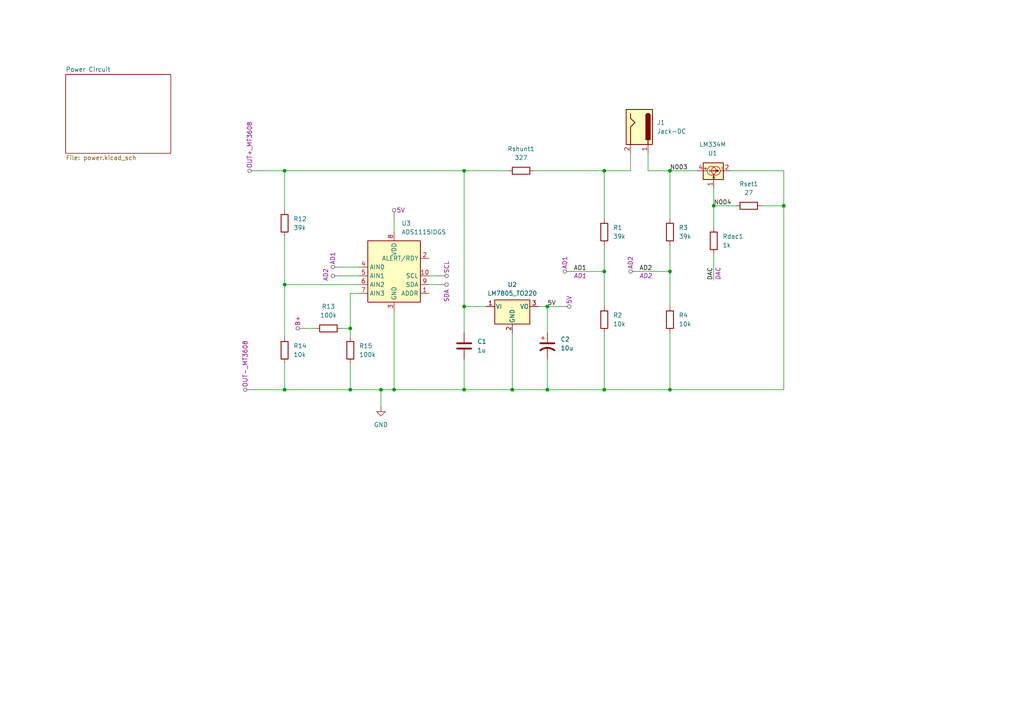
<source format=kicad_sch>
(kicad_sch (version 20250114) (generator "eeschema") (generator_version "9.0")
  (paper "A4")
  (lib_symbols
    (symbol "Analog_ADC:ADS1115IDGS"
      (property "Reference" "U" (at 2.54 13.97 0))
      (property "Value" "ADS1115IDGS" (at 7.62 11.43 0))
      (symbol "ADS1115IDGS_0_1"
        (rectangle (start -7.62 10.16) (end 7.62 -7.62) (stroke (width 0.254)) (fill (type background)))
      )
      (symbol "ADS1115IDGS_1_1"
        (pin input line (at -10.16 2.54 0) (length 2.54) (name "AIN0") (number "4"))
        (pin input line (at -10.16 0 0) (length 2.54) (name "AIN1") (number "5"))
        (pin input line (at -10.16 -2.54 0) (length 2.54) (name "AIN2") (number "6"))
        (pin input line (at -10.16 -5.08 0) (length 2.54) (name "AIN3") (number "7"))
        (pin power_in line (at 0 12.7 270) (length 2.54) (name "VDD") (number "8"))
        (pin power_in line (at 0 -10.16 90) (length 2.54) (name "GND") (number "3"))
        (pin output line (at 10.16 5.08 180) (length 2.54) (name "ALERT/RDY") (number "2"))
        (pin input line (at 10.16 0 180) (length 2.54) (name "SCL") (number "10"))
        (pin bidirectional line (at 10.16 -2.54 180) (length 2.54) (name "SDA") (number "9"))
        (pin input line (at 10.16 -5.08 180) (length 2.54) (name "ADDR") (number "1"))
      )
    )
    (symbol "Connector:Jack-DC" (pin_names (offset 1.016))
      (property "Reference" "J" (at 0 5.334 0))
      (property "Value" "Jack-DC" (at 0 -5.08 0))
      (symbol "Jack-DC_0_1"
        (rectangle (start -5.08 3.81) (end 5.08 -3.81) (stroke (width 0.254)) (fill (type background)))
        (polyline (pts (xy -3.81 -2.54) (xy -2.54 -2.54) (xy -1.27 -1.27) (xy 0 -2.54) (xy 2.54 -2.54) (xy 5.08 -2.54)) (stroke (width 0.254)))
        (arc (start -3.302 1.905) (mid -3.9343 2.54) (end -3.302 3.175) (stroke (width 0.254)))
        (arc (start -3.302 1.905) (mid -3.9343 2.54) (end -3.302 3.175) (stroke (width 0.254)) (fill (type outline)))
        (rectangle (start 3.683 3.175) (end -3.302 1.905) (stroke (width 0.254)) (fill (type outline)))
        (polyline (pts (xy 5.08 2.54) (xy 3.81 2.54)) (stroke (width 0.254)))
      )
      (symbol "Jack-DC_1_1"
        (pin passive line (at 7.62 2.54 180) (length 2.54) (name "~") (number "1"))
        (pin passive line (at 7.62 -2.54 180) (length 2.54) (name "~") (number "2"))
      )
    )
    (symbol "Device:C" (pin_numbers (hide yes)) (pin_names (offset 0.254))
      (property "Reference" "C" (at 0.635 2.54 0))
      (property "Value" "C" (at 0.635 -2.54 0))
      (symbol "C_0_1"
        (polyline (pts (xy -2.032 0.762) (xy 2.032 0.762)) (stroke (width 0.508)))
        (polyline (pts (xy -2.032 -0.762) (xy 2.032 -0.762)) (stroke (width 0.508)))
      )
      (symbol "C_1_1"
        (pin passive line (at 0 3.81 270) (length 2.794) (name "~") (number "1"))
        (pin passive line (at 0 -3.81 90) (length 2.794) (name "~") (number "2"))
      )
    )
    (symbol "Device:C_Polarized_US" (pin_numbers (hide yes)) (pin_names (offset 0.254) (hide yes))
      (property "Reference" "C" (at 0.635 2.54 0))
      (property "Value" "C_Polarized_US" (at 0.635 -2.54 0))
      (symbol "C_Polarized_US_0_1"
        (polyline (pts (xy -2.032 0.762) (xy 2.032 0.762)) (stroke (width 0.508)))
        (polyline (pts (xy -1.778 2.286) (xy -0.762 2.286)))
        (polyline (pts (xy -1.27 1.778) (xy -1.27 2.794)))
        (arc (start -2.032 -1.27) (mid 0 -0.5572) (end 2.032 -1.27) (stroke (width 0.508)))
      )
      (symbol "C_Polarized_US_1_1"
        (pin passive line (at 0 3.81 270) (length 2.794) (name "~") (number "1"))
        (pin passive line (at 0 -3.81 90) (length 3.302) (name "~") (number "2"))
      )
    )
    (symbol "Device:R" (pin_numbers (hide yes)) (pin_names (offset 0))
      (property "Reference" "R" (at 2.032 0 90))
      (property "Value" "R" (at 0 0 90))
      (symbol "R_0_1"
        (rectangle (start -1.016 -2.54) (end 1.016 2.54) (stroke (width 0.254)))
      )
      (symbol "R_1_1"
        (pin passive line (at 0 3.81 270) (length 1.27) (name "~") (number "1"))
        (pin passive line (at 0 -3.81 90) (length 1.27) (name "~") (number "2"))
      )
    )
    (symbol "Reference_Current:LM334M"
      (property "Reference" "U" (at 0.635 6.35 0))
      (property "Value" "LM334M" (at 0.635 4.445 0))
      (symbol "LM334M_0_1"
        (rectangle (start -2.286 3.048) (end 2.54 -2.794) (stroke (width 0.254)) (fill (type background)))
        (polyline (pts (xy -1.143 -2.413) (xy -0.381 -2.413)))
        (polyline (pts (xy -1.016 2.413) (xy -0.254 2.413)))
        (polyline (pts (xy -0.635 2.794) (xy -0.635 2.032)))
        (polyline (pts (xy 0 3.81) (xy 0 1.905)))
        (polyline (pts (xy 0 1.397) (xy 0 -1.397)) (stroke (width 0.254)))
        (circle (center 0 0.635) (radius 1.27))
        (circle (center 0 -0.635) (radius 1.27))
        (polyline (pts (xy 0 -1.397) (xy -0.254 -0.889) (xy 0.254 -0.889) (xy 0 -1.397)) (stroke (width 0.254)))
        (polyline (pts (xy 0 -1.905) (xy 0 -3.175)))
        (polyline (pts (xy 1.27 0) (xy 2.159 0.254) (xy 2.159 -0.254) (xy 1.27 0)))
        (polyline (pts (xy 5.08 0) (xy 1.27 0)))
      )
      (symbol "LM334M_1_1"
        (pin passive line (at 0 5.08 270) (length 2.54) (name "~") (number "4"))
        (pin passive line (at 0 -5.08 90) (length 2.54) (name "~") (number "2"))
        (pin passive line (at 0 -5.08 90) (length 2.54) (hide yes) (name "~") (number "3"))
        (pin passive line (at 0 -5.08 90) (length 2.54) (hide yes) (name "~") (number "6"))
        (pin passive line (at 0 -5.08 90) (length 2.54) (hide yes) (name "~") (number "7"))
        (pin passive line (at 5.08 0 180) (length 2.54) (name "~") (number "1"))
      )
    )
    (symbol "Regulator_Linear:LM7805_TO220" (pin_names (offset 0.254))
      (property "Reference" "U" (at -3.81 3.175 0))
      (property "Value" "LM7805_TO220" (at 0 3.175 0))
      (symbol "LM7805_TO220_0_1"
        (rectangle (start -5.08 1.905) (end 5.08 -5.08) (stroke (width 0.254)) (fill (type background)))
      )
      (symbol "LM7805_TO220_1_1"
        (pin power_in line (at -7.62 0 0) (length 2.54) (name "VI") (number "1"))
        (pin power_in line (at 0 -7.62 90) (length 2.54) (name "GND") (number "2"))
        (pin power_out line (at 7.62 0 180) (length 2.54) (name "VO") (number "3"))
      )
    )
    (symbol "power:GND" (power) (pin_numbers (hide yes)) (pin_names (offset 0) (hide yes))
      (property "Value" "GND" (at 0 -3.81 0))
      (symbol "GND_0_1"
        (polyline (pts (xy 0 0) (xy 0 -1.27) (xy 1.27 -1.27) (xy 0 -2.54) (xy -1.27 -1.27) (xy 0 -1.27)))
      )
      (symbol "GND_1_1"
        (pin power_in line (at 0 0 270) (length 0) (name "~") (number "1"))
      )
    )
  )
  (junction (at 110.49 113.03))
  (junction (at 158.75 88.9))
  (junction (at 134.62 113.03))
  (junction (at 114.3 113.03))
  (junction (at 134.62 49.53))
  (junction (at 194.31 49.53))
  (junction (at 175.26 78.74))
  (junction (at 101.6 95.25))
  (junction (at 194.31 78.74))
  (junction (at 207.01 59.69))
  (junction (at 82.55 113.03))
  (junction (at 158.75 113.03))
  (junction (at 175.26 113.03))
  (junction (at 148.59 113.03))
  (junction (at 82.55 49.53))
  (junction (at 227.33 59.69))
  (junction (at 82.55 82.55))
  (junction (at 101.6 113.03))
  (junction (at 175.26 49.53))
  (junction (at 134.62 88.9))
  (junction (at 194.31 113.03))
  (wire (pts (xy 134.62 88.9) (xy 134.62 96.52)))
  (wire (pts (xy 124.46 82.55) (xy 127 82.55)))
  (wire (pts (xy 175.26 78.74) (xy 175.26 88.9)))
  (wire (pts (xy 114.3 113.03) (xy 134.62 113.03)))
  (wire (pts (xy 175.26 49.53) (xy 182.88 49.53)))
  (wire (pts (xy 220.98 59.69) (xy 227.33 59.69)))
  (wire (pts (xy 140.97 88.9) (xy 134.62 88.9)))
  (wire (pts (xy 134.62 88.9) (xy 134.62 49.53)))
  (wire (pts (xy 194.31 49.53) (xy 194.31 63.5)))
  (wire (pts (xy 82.55 49.53) (xy 82.55 60.96)))
  (wire (pts (xy 148.59 113.03) (xy 158.75 113.03)))
  (wire (pts (xy 207.01 73.66) (xy 207.01 81.28)))
  (wire (pts (xy 194.31 71.12) (xy 194.31 78.74)))
  (wire (pts (xy 101.6 113.03) (xy 110.49 113.03)))
  (wire (pts (xy 166.37 78.74) (xy 175.26 78.74)))
  (wire (pts (xy 158.75 88.9) (xy 162.56 88.9)))
  (wire (pts (xy 99.06 95.25) (xy 101.6 95.25)))
  (wire (pts (xy 227.33 49.53) (xy 227.33 59.69)))
  (wire (pts (xy 182.88 44.45) (xy 182.88 49.53)))
  (wire (pts (xy 175.26 63.5) (xy 175.26 49.53)))
  (wire (pts (xy 134.62 104.14) (xy 134.62 113.03)))
  (wire (pts (xy 187.96 49.53) (xy 194.31 49.53)))
  (wire (pts (xy 194.31 113.03) (xy 227.33 113.03)))
  (wire (pts (xy 104.14 85.09) (xy 101.6 85.09)))
  (wire (pts (xy 175.26 71.12) (xy 175.26 78.74)))
  (wire (pts (xy 194.31 113.03) (xy 175.26 113.03)))
  (wire (pts (xy 110.49 113.03) (xy 110.49 118.11)))
  (wire (pts (xy 158.75 113.03) (xy 175.26 113.03)))
  (wire (pts (xy 154.94 49.53) (xy 175.26 49.53)))
  (wire (pts (xy 185.42 78.74) (xy 194.31 78.74)))
  (wire (pts (xy 148.59 96.52) (xy 148.59 113.03)))
  (wire (pts (xy 110.49 113.03) (xy 114.3 113.03)))
  (wire (pts (xy 207.01 59.69) (xy 207.01 66.04)))
  (wire (pts (xy 207.01 59.69) (xy 213.36 59.69)))
  (wire (pts (xy 88.9 95.25) (xy 91.44 95.25)))
  (wire (pts (xy 194.31 78.74) (xy 194.31 88.9)))
  (wire (pts (xy 175.26 96.52) (xy 175.26 113.03)))
  (wire (pts (xy 187.96 44.45) (xy 187.96 49.53)))
  (wire (pts (xy 101.6 95.25) (xy 101.6 97.79)))
  (wire (pts (xy 114.3 63.5) (xy 114.3 67.31)))
  (wire (pts (xy 114.3 90.17) (xy 114.3 113.03)))
  (wire (pts (xy 227.33 59.69) (xy 227.33 113.03)))
  (wire (pts (xy 212.09 49.53) (xy 227.33 49.53)))
  (wire (pts (xy 124.46 80.01) (xy 127 80.01)))
  (wire (pts (xy 82.55 113.03) (xy 101.6 113.03)))
  (wire (pts (xy 82.55 82.55) (xy 82.55 97.79)))
  (wire (pts (xy 99.06 80.01) (xy 104.14 80.01)))
  (wire (pts (xy 73.66 113.03) (xy 82.55 113.03)))
  (wire (pts (xy 158.75 88.9) (xy 158.75 96.52)))
  (wire (pts (xy 82.55 105.41) (xy 82.55 113.03)))
  (wire (pts (xy 101.6 105.41) (xy 101.6 113.03)))
  (wire (pts (xy 82.55 49.53) (xy 134.62 49.53)))
  (wire (pts (xy 207.01 54.61) (xy 207.01 59.69)))
  (wire (pts (xy 156.21 88.9) (xy 158.75 88.9)))
  (wire (pts (xy 158.75 104.14) (xy 158.75 113.03)))
  (wire (pts (xy 74.93 49.53) (xy 82.55 49.53)))
  (wire (pts (xy 82.55 82.55) (xy 104.14 82.55)))
  (wire (pts (xy 194.31 49.53) (xy 201.93 49.53)))
  (wire (pts (xy 134.62 113.03) (xy 148.59 113.03)))
  (wire (pts (xy 82.55 68.58) (xy 82.55 82.55)))
  (wire (pts (xy 134.62 49.53) (xy 147.32 49.53)))
  (wire (pts (xy 194.31 96.52) (xy 194.31 113.03)))
  (wire (pts (xy 101.6 85.09) (xy 101.6 95.25)))
  (wire (pts (xy 99.06 77.47) (xy 104.14 77.47)))
  (label "AD1" (at 166.37 78.74 0) (property "Netclass" "AD1" (at 166.37 80.01 0) (effects (font (italic yes)) (justify left))))
  (label "N003" (at 194.31 49.53 0))
  (label "5V" (at 158.75 88.9 0))
  (label "AD2" (at 185.42 78.74 0) (property "Netclass" "AD2" (at 185.42 80.01 0) (effects (font (italic yes)) (justify left))))
  (label "N004" (at 207.01 59.69 0))
  (label "DAC" (at 207.01 81.28 90) (property "Netclass" "DAC" (at 208.28 81.28 90) (effects (font (italic yes)) (justify left))))
  (netclass_flag "" (length 2.54) (shape round) (at 73.66 113.03 90) (property "Netclass" "OUT-_MT3608" (at 71.12 112.3315 90) (effects (justify left))))
  (netclass_flag "" (length 2.54) (shape round) (at 162.56 88.9 270) (property "Netclass" "5V" (at 165.1 88.2015 90) (effects (justify left))))
  (netclass_flag "" (length 2.54) (shape round) (at 99.06 80.01 90) (property "Netclass" "AD2" (at 94.488 81.534 90) (effects (justify left))))
  (netclass_flag "" (length 2.54) (shape round) (at 74.93 49.53 90) (property "Netclass" "OUT+_MT3608" (at 72.39 48.8315 90) (effects (justify left))))
  (netclass_flag "" (length 2.54) (shape round) (at 127 82.55 270) (property "Netclass" "SDA" (at 129.54 87.63 90) (effects (justify left))))
  (netclass_flag "" (length 2.54) (shape round) (at 99.06 77.47 90) (property "Netclass" "AD1" (at 96.52 76.7715 90) (effects (justify left))))
  (netclass_flag "" (length 2.54) (shape round) (at 166.37 78.74 90) (property "Netclass" "AD1" (at 163.83 78.0415 90) (effects (justify left))))
  (netclass_flag "" (length 2.54) (shape round) (at 88.9 95.25 90) (property "Netclass" "B+" (at 86.36 94.5515 90) (effects (justify left))))
  (netclass_flag "" (length 2.54) (shape round) (at 127 80.01 270) (property "Netclass" "SCL" (at 129.54 79.3115 90) (effects (justify left))))
  (netclass_flag "" (length 2.54) (shape round) (at 114.3 63.5 0) (property "Netclass" "5V" (at 114.9985 60.96 0) (effects (justify left))))
  (netclass_flag "" (length 2.54) (shape round) (at 185.42 78.74 90) (property "Netclass" "AD2" (at 182.88 78.0415 90) (effects (justify left))))
  (symbol (lib_id "Regulator_Linear:LM7805_TO220") (at 148.59 88.9 0) (unit 1)
    (property "Reference" "U2" (at 148.59 82.55 0))
    (property "Value" "LM7805_TO220" (at 148.59 85.09 0))
    (property "Footprint" "Package_TO_SOT_THT:TO-220-3_Vertical" (effects (hide yes)))
    (property "Datasheet" "https://www.onsemi.cn/PowerSolutions/document/MC7800-D.PDF" (effects (hide yes)))
    (property "Description" "Positive 1A 35V Linear Regulator, Fixed Output 5V, TO-220" (effects (hide yes)))
    (property "Sim.Library" "LM78xx.txt" (effects (hide yes)))
    (property "Sim.Name" "LM7805" (effects (hide yes)))
    (property "Sim.Device" "SUBCKT" (effects (hide yes)))
    (property "Sim.Pins" "1=IN 2=VGND 3=OUT" (effects (hide yes)))
  )
  (symbol (lib_id "Analog_ADC:ADS1115IDGS") (at 114.3 80.01 0) (unit 1)
    (property "Reference" "U3" (at 116.4433 64.77 0) (effects (justify left)))
    (property "Value" "ADS1115IDGS" (at 116.4433 67.31 0) (effects (justify left)))
    (property "Footprint" "Package_SO:TSSOP-10_3x3mm_P0.5mm" (effects (hide yes)))
    (property "Datasheet" "http://www.ti.com/lit/ds/symlink/ads1113.pdf" (effects (hide yes)))
    (property "Description" "Ultra-Small, Low-Power, I2C-Compatible, 860-SPS, 16-Bit ADCs With Internal Reference, Oscillator, and Programmable Comparator, VSSOP-10" (effects (hide yes)))
  )
  (symbol (lib_id "Device:R") (at 82.55 64.77 0) (unit 1)
    (property "Reference" "R12" (at 85.09 63.4999 0) (effects (justify left)))
    (property "Value" "39k" (at 85.09 66.0399 0) (effects (justify left)))
    (property "Description" "Resistor" (effects (hide yes)))
  )
  (symbol (lib_id "Device:R") (at 207.01 69.85 180) (unit 1)
    (property "Reference" "Rdac1" (at 209.55 68.5799 0) (effects (justify right)))
    (property "Value" "1k" (at 209.55 71.1199 0) (effects (justify right)))
    (property "Description" "Resistor" (effects (hide yes)))
  )
  (symbol (lib_id "power:GND") (at 110.49 118.11 0) (unit 1)
    (property "Reference" "#PWR01" (effects (hide yes)))
    (property "Value" "GND" (at 110.49 123.19 0))
    (property "Description" "Power symbol creates a global label with name \"GND\" , ground" (effects (hide yes)))
  )
  (symbol (lib_id "Device:R") (at 194.31 67.31 0) (unit 1)
    (property "Reference" "R3" (at 196.85 66.0399 0) (effects (justify left)))
    (property "Value" "39k" (at 196.85 68.5799 0) (effects (justify left)))
    (property "Description" "Resistor" (effects (hide yes)))
  )
  (symbol (lib_id "Device:R") (at 175.26 67.31 0) (unit 1)
    (property "Reference" "R1" (at 177.8 66.0399 0) (effects (justify left)))
    (property "Value" "39k" (at 177.8 68.5799 0) (effects (justify left)))
    (property "Description" "Resistor" (effects (hide yes)))
  )
  (symbol (lib_id "Device:R") (at 151.13 49.53 90) (unit 1)
    (property "Reference" "Rshunt1" (at 151.13 43.18 90))
    (property "Value" "327" (at 151.13 45.72 90))
    (property "Description" "Resistor" (effects (hide yes)))
  )
  (symbol (lib_id "Device:R") (at 101.6 101.6 0) (unit 1)
    (property "Reference" "R15" (at 104.14 100.3299 0) (effects (justify left)))
    (property "Value" "100k" (at 104.14 102.8699 0) (effects (justify left)))
    (property "Description" "Resistor" (effects (hide yes)))
  )
  (symbol (lib_id "Device:R") (at 175.26 92.71 0) (unit 1)
    (property "Reference" "R2" (at 177.8 91.4399 0) (effects (justify left)))
    (property "Value" "10k" (at 177.8 93.9799 0) (effects (justify left)))
    (property "Description" "Resistor" (effects (hide yes)))
  )
  (symbol (lib_id "Connector:Jack-DC") (at 185.42 36.83 270) (unit 1)
    (property "Reference" "J1" (at 190.5 35.5599 90) (effects (justify left)))
    (property "Value" "Jack-DC" (at 190.5 38.0999 90) (effects (justify left)))
    (property "Description" "DC Barrel Jack" (effects (hide yes)))
  )
  (symbol (lib_id "Device:C_Polarized_US") (at 158.75 100.33 0) (unit 1)
    (property "Reference" "C2" (at 162.56 98.4249 0) (effects (justify left)))
    (property "Value" "10u" (at 162.56 100.9649 0) (effects (justify left)))
    (property "Description" "Polarized capacitor, US symbol" (effects (hide yes)))
  )
  (symbol (lib_id "Device:R") (at 82.55 101.6 0) (unit 1)
    (property "Reference" "R14" (at 85.09 100.3299 0) (effects (justify left)))
    (property "Value" "10k" (at 85.09 102.8699 0) (effects (justify left)))
    (property "Description" "Resistor" (effects (hide yes)))
  )
  (symbol (lib_id "Device:C") (at 134.62 100.33 0) (unit 1)
    (property "Reference" "C1" (at 138.43 99.0599 0) (effects (justify left)))
    (property "Value" "1u" (at 138.43 101.5999 0) (effects (justify left)))
    (property "Description" "Unpolarized capacitor" (effects (hide yes)))
  )
  (symbol (lib_id "Device:R") (at 194.31 92.71 0) (unit 1)
    (property "Reference" "R4" (at 196.85 91.4399 0) (effects (justify left)))
    (property "Value" "10k" (at 196.85 93.9799 0) (effects (justify left)))
    (property "Description" "Resistor" (effects (hide yes)))
  )
  (symbol (lib_id "Device:R") (at 217.17 59.69 90) (unit 1)
    (property "Reference" "Rset1" (at 217.17 53.34 90))
    (property "Value" "27" (at 217.17 55.88 90))
    (property "Description" "Resistor" (effects (hide yes)))
  )
  (symbol (lib_id "Device:R") (at 95.25 95.25 90) (unit 1)
    (property "Reference" "R13" (at 95.25 88.9 90))
    (property "Value" "100k" (at 95.25 91.44 90))
    (property "Description" "Resistor" (effects (hide yes)))
  )
  (symbol (lib_id "Reference_Current:LM334M") (at 207.01 49.53 90) (mirror x) (unit 1)
    (property "Reference" "U1" (at 206.6925 44.45 90))
    (property "Value" "LM334M" (at 206.6925 41.91 90))
    (property "Footprint" "Package_SO:SOIC-8_3.9x4.9mm_P1.27mm" (effects (hide yes)))
    (property "Datasheet" "http://www.ti.com/lit/ds/symlink/lm134.pdf" (effects (hide yes)))
    (property "Description" "1μA to 10mA 3-Terminal Adjustable Current Source, SO-8" (effects (hide yes)))
    (property "Sim.Library" "LM334.sub" (effects (hide yes)))
    (property "Sim.Name" "LM334" (effects (hide yes)))
    (property "Sim.Device" "SUBCKT" (effects (hide yes)))
    (property "Sim.Pins" "1=R 2=v- 4=v+" (effects (hide yes)))
  )
  (sheet (at 19.05 21.59) (size 30.48 22.86) (stroke (width 0.1524))
    (property "Sheetname" "Power Circuit" (at 19.05 20.8784 0) (effects (justify left bottom)))
    (property "Sheetfile" "power.kicad_sch" (at 19.05 45.0346 0) (effects (justify left top)))
  )
)
</source>
